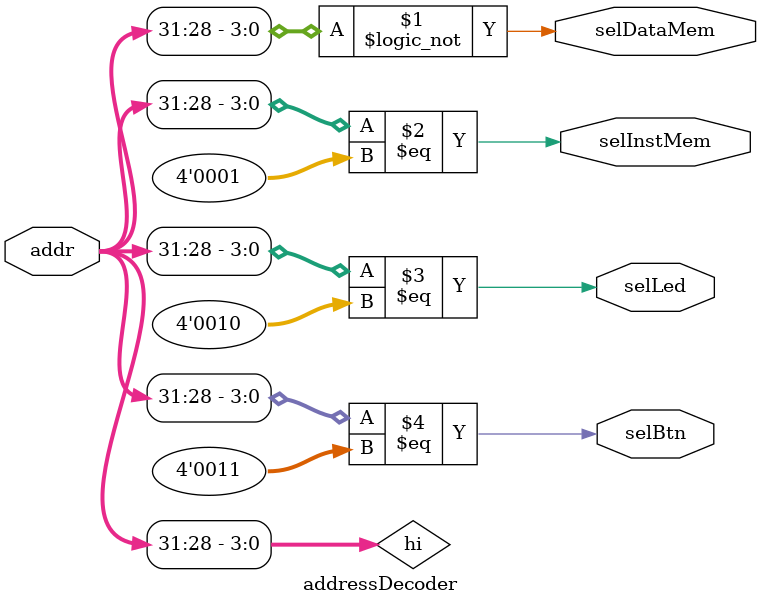
<source format=v>
`timescale 1ns / 1ps

module addressDecoder(
    input  wire [31:0] addr,
    output wire selDataMem,
    output wire selInstMem,
    output wire selLed,
    output wire selBtn
);
    wire [3:0] hi = addr[31:28];

    assign selDataMem = (hi == 4'h0); // 0x0xxx_xxxx
    assign selInstMem = (hi == 4'h1); // 0x1xxx_xxxx
    assign selLed = (hi == 4'h2); // 0x2xxx_xxxx
    assign selBtn = (hi == 4'h3); // 0x3xxx_xxxx
endmodule


</source>
